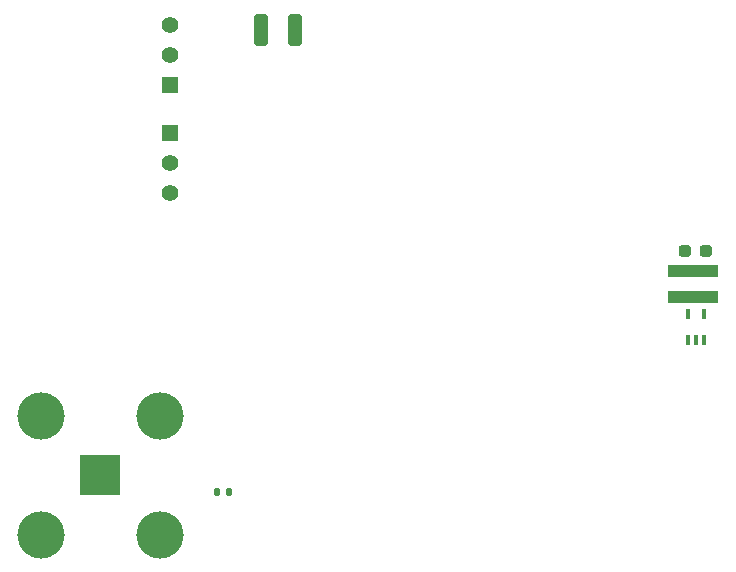
<source format=gbr>
%TF.GenerationSoftware,KiCad,Pcbnew,(6.0.8-1)-1*%
%TF.CreationDate,2022-11-01T09:45:04-04:00*%
%TF.ProjectId,Untitled,556e7469-746c-4656-942e-6b696361645f,rev?*%
%TF.SameCoordinates,Original*%
%TF.FileFunction,Soldermask,Top*%
%TF.FilePolarity,Negative*%
%FSLAX46Y46*%
G04 Gerber Fmt 4.6, Leading zero omitted, Abs format (unit mm)*
G04 Created by KiCad (PCBNEW (6.0.8-1)-1) date 2022-11-01 09:45:04*
%MOMM*%
%LPD*%
G01*
G04 APERTURE LIST*
G04 Aperture macros list*
%AMRoundRect*
0 Rectangle with rounded corners*
0 $1 Rounding radius*
0 $2 $3 $4 $5 $6 $7 $8 $9 X,Y pos of 4 corners*
0 Add a 4 corners polygon primitive as box body*
4,1,4,$2,$3,$4,$5,$6,$7,$8,$9,$2,$3,0*
0 Add four circle primitives for the rounded corners*
1,1,$1+$1,$2,$3*
1,1,$1+$1,$4,$5*
1,1,$1+$1,$6,$7*
1,1,$1+$1,$8,$9*
0 Add four rect primitives between the rounded corners*
20,1,$1+$1,$2,$3,$4,$5,0*
20,1,$1+$1,$4,$5,$6,$7,0*
20,1,$1+$1,$6,$7,$8,$9,0*
20,1,$1+$1,$8,$9,$2,$3,0*%
G04 Aperture macros list end*
%ADD10RoundRect,0.237500X-0.287500X-0.237500X0.287500X-0.237500X0.287500X0.237500X-0.287500X0.237500X0*%
%ADD11RoundRect,0.087500X-0.087500X-0.337500X0.087500X-0.337500X0.087500X0.337500X-0.087500X0.337500X0*%
%ADD12RoundRect,0.250000X-0.325000X-1.100000X0.325000X-1.100000X0.325000X1.100000X-0.325000X1.100000X0*%
%ADD13RoundRect,0.135000X-0.135000X-0.185000X0.135000X-0.185000X0.135000X0.185000X-0.135000X0.185000X0*%
%ADD14R,1.397000X1.397000*%
%ADD15C,1.397000*%
%ADD16R,3.500000X3.500000*%
%ADD17C,4.000000*%
%ADD18R,4.300000X1.100000*%
G04 APERTURE END LIST*
D10*
%TO.C,REF\u002A\u002A*%
X102865000Y-55200000D03*
X104615000Y-55200000D03*
%TD*%
D11*
%TO.C,*%
X103090000Y-62700000D03*
%TD*%
%TO.C,REF\u002A\u002A*%
X103090000Y-62700000D03*
X103740000Y-62700000D03*
X104390000Y-62700000D03*
X104390000Y-60500000D03*
X103090000Y-60500000D03*
%TD*%
D12*
%TO.C,REF\u002A\u002A*%
X66885000Y-36460000D03*
X69835000Y-36460000D03*
%TD*%
D13*
%TO.C,REF\u002A\u002A*%
X63212500Y-75612500D03*
X64232500Y-75612500D03*
%TD*%
D14*
%TO.C,REF\u002A\u002A*%
X59250100Y-41127500D03*
D15*
X59250100Y-38587500D03*
X59250100Y-36047500D03*
%TD*%
D16*
%TO.C,REF\u002A\u002A*%
X53335000Y-74200000D03*
D17*
X58360000Y-79225000D03*
X58360000Y-69175000D03*
X48310000Y-79225000D03*
X48310000Y-69175000D03*
%TD*%
D11*
%TO.C,*%
X103090000Y-60500000D03*
%TD*%
D18*
%TO.C,REF\u002A\u002A*%
X103490000Y-56910000D03*
X103490000Y-59110000D03*
%TD*%
D14*
%TO.C,REF\u002A\u002A*%
X59250100Y-45212500D03*
D15*
X59250100Y-47752500D03*
X59250100Y-50292500D03*
%TD*%
M02*

</source>
